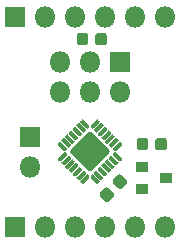
<source format=gts>
%TF.GenerationSoftware,KiCad,Pcbnew,(5.1.5)-3*%
%TF.CreationDate,2020-03-25T18:08:18+08:00*%
%TF.ProjectId,RH2288_PWM,52483232-3838-45f5-9057-4d2e6b696361,rev?*%
%TF.SameCoordinates,Original*%
%TF.FileFunction,Soldermask,Top*%
%TF.FilePolarity,Negative*%
%FSLAX46Y46*%
G04 Gerber Fmt 4.6, Leading zero omitted, Abs format (unit mm)*
G04 Created by KiCad (PCBNEW (5.1.5)-3) date 2020-03-25 18:08:18*
%MOMM*%
%LPD*%
G04 APERTURE LIST*
%ADD10R,1.001600X0.901600*%
%ADD11C,0.100000*%
%ADD12O,1.801600X1.801600*%
%ADD13R,1.801600X1.801600*%
G04 APERTURE END LIST*
D10*
X158845000Y-103820000D03*
X156845000Y-104770000D03*
X156845000Y-102870000D03*
D11*
G36*
X151609430Y-104204327D02*
G01*
X151601657Y-104194856D01*
X151596125Y-104186576D01*
X151590349Y-104175770D01*
X151586539Y-104166571D01*
X151582982Y-104154847D01*
X151581039Y-104145078D01*
X151579838Y-104132884D01*
X151579838Y-104122928D01*
X151581039Y-104110735D01*
X151582982Y-104100966D01*
X151586539Y-104089242D01*
X151590349Y-104080043D01*
X151596125Y-104069237D01*
X151601657Y-104060957D01*
X151609430Y-104051486D01*
X151612778Y-104047791D01*
X152090075Y-103570494D01*
X152093770Y-103567146D01*
X152103241Y-103559373D01*
X152111521Y-103553841D01*
X152122327Y-103548065D01*
X152131526Y-103544255D01*
X152143250Y-103540698D01*
X152153019Y-103538755D01*
X152165212Y-103537554D01*
X152175168Y-103537554D01*
X152187362Y-103538755D01*
X152197131Y-103540698D01*
X152208855Y-103544255D01*
X152218054Y-103548065D01*
X152228860Y-103553841D01*
X152237140Y-103559373D01*
X152246611Y-103567146D01*
X152250306Y-103570494D01*
X152293872Y-103614060D01*
X152297220Y-103617755D01*
X152304992Y-103627226D01*
X152310525Y-103635506D01*
X152316301Y-103646312D01*
X152320111Y-103655511D01*
X152323668Y-103667235D01*
X152325611Y-103677004D01*
X152326812Y-103689198D01*
X152327056Y-103694176D01*
X152327056Y-103783820D01*
X152326812Y-103788798D01*
X152325611Y-103800991D01*
X152323668Y-103810760D01*
X152320111Y-103822484D01*
X152316301Y-103831683D01*
X152310525Y-103842489D01*
X152304992Y-103850769D01*
X152297220Y-103860240D01*
X152293872Y-103863935D01*
X151861397Y-104296410D01*
X151857702Y-104299758D01*
X151848231Y-104307531D01*
X151839951Y-104313063D01*
X151829145Y-104318839D01*
X151819946Y-104322649D01*
X151808222Y-104326206D01*
X151798453Y-104328149D01*
X151786260Y-104329350D01*
X151776304Y-104329350D01*
X151764110Y-104328149D01*
X151754341Y-104326206D01*
X151742617Y-104322649D01*
X151733418Y-104318839D01*
X151722612Y-104313063D01*
X151714332Y-104307531D01*
X151704861Y-104299758D01*
X151701166Y-104296410D01*
X151612778Y-104208022D01*
X151609430Y-104204327D01*
G37*
G36*
X151860608Y-103209013D02*
G01*
X151869140Y-103210279D01*
X151877508Y-103212375D01*
X151885630Y-103215281D01*
X151893428Y-103218969D01*
X151900827Y-103223404D01*
X151907755Y-103228542D01*
X151914147Y-103234335D01*
X152038457Y-103358645D01*
X152044250Y-103365037D01*
X152049388Y-103371965D01*
X152053823Y-103379364D01*
X152057511Y-103387162D01*
X152060417Y-103395284D01*
X152062513Y-103403652D01*
X152063779Y-103412184D01*
X152064202Y-103420800D01*
X152063779Y-103429416D01*
X152062513Y-103437948D01*
X152060417Y-103446316D01*
X152057511Y-103454438D01*
X152053823Y-103462236D01*
X152049388Y-103469635D01*
X152044250Y-103476563D01*
X152038457Y-103482955D01*
X151525239Y-103996173D01*
X151518847Y-104001966D01*
X151511919Y-104007104D01*
X151504520Y-104011539D01*
X151496722Y-104015227D01*
X151488600Y-104018133D01*
X151480232Y-104020229D01*
X151471700Y-104021495D01*
X151463084Y-104021918D01*
X151454468Y-104021495D01*
X151445936Y-104020229D01*
X151437568Y-104018133D01*
X151429446Y-104015227D01*
X151421648Y-104011539D01*
X151414249Y-104007104D01*
X151407321Y-104001966D01*
X151400929Y-103996173D01*
X151276619Y-103871863D01*
X151270826Y-103865471D01*
X151265688Y-103858543D01*
X151261253Y-103851144D01*
X151257565Y-103843346D01*
X151254659Y-103835224D01*
X151252563Y-103826856D01*
X151251297Y-103818324D01*
X151250874Y-103809708D01*
X151251297Y-103801092D01*
X151252563Y-103792560D01*
X151254659Y-103784192D01*
X151257565Y-103776070D01*
X151261253Y-103768272D01*
X151265688Y-103760873D01*
X151270826Y-103753945D01*
X151276619Y-103747553D01*
X151789837Y-103234335D01*
X151796229Y-103228542D01*
X151803157Y-103223404D01*
X151810556Y-103218969D01*
X151818354Y-103215281D01*
X151826476Y-103212375D01*
X151834844Y-103210279D01*
X151843376Y-103209013D01*
X151851992Y-103208590D01*
X151860608Y-103209013D01*
G37*
G36*
X151542410Y-102890815D02*
G01*
X151550942Y-102892081D01*
X151559310Y-102894177D01*
X151567432Y-102897083D01*
X151575230Y-102900771D01*
X151582629Y-102905206D01*
X151589557Y-102910344D01*
X151595949Y-102916137D01*
X151720259Y-103040447D01*
X151726052Y-103046839D01*
X151731190Y-103053767D01*
X151735625Y-103061166D01*
X151739313Y-103068964D01*
X151742219Y-103077086D01*
X151744315Y-103085454D01*
X151745581Y-103093986D01*
X151746004Y-103102602D01*
X151745581Y-103111218D01*
X151744315Y-103119750D01*
X151742219Y-103128118D01*
X151739313Y-103136240D01*
X151735625Y-103144038D01*
X151731190Y-103151437D01*
X151726052Y-103158365D01*
X151720259Y-103164757D01*
X151207041Y-103677975D01*
X151200649Y-103683768D01*
X151193721Y-103688906D01*
X151186322Y-103693341D01*
X151178524Y-103697029D01*
X151170402Y-103699935D01*
X151162034Y-103702031D01*
X151153502Y-103703297D01*
X151144886Y-103703720D01*
X151136270Y-103703297D01*
X151127738Y-103702031D01*
X151119370Y-103699935D01*
X151111248Y-103697029D01*
X151103450Y-103693341D01*
X151096051Y-103688906D01*
X151089123Y-103683768D01*
X151082731Y-103677975D01*
X150958421Y-103553665D01*
X150952628Y-103547273D01*
X150947490Y-103540345D01*
X150943055Y-103532946D01*
X150939367Y-103525148D01*
X150936461Y-103517026D01*
X150934365Y-103508658D01*
X150933099Y-103500126D01*
X150932676Y-103491510D01*
X150933099Y-103482894D01*
X150934365Y-103474362D01*
X150936461Y-103465994D01*
X150939367Y-103457872D01*
X150943055Y-103450074D01*
X150947490Y-103442675D01*
X150952628Y-103435747D01*
X150958421Y-103429355D01*
X151471639Y-102916137D01*
X151478031Y-102910344D01*
X151484959Y-102905206D01*
X151492358Y-102900771D01*
X151500156Y-102897083D01*
X151508278Y-102894177D01*
X151516646Y-102892081D01*
X151525178Y-102890815D01*
X151533794Y-102890392D01*
X151542410Y-102890815D01*
G37*
G36*
X151224212Y-102572617D02*
G01*
X151232744Y-102573883D01*
X151241112Y-102575979D01*
X151249234Y-102578885D01*
X151257032Y-102582573D01*
X151264431Y-102587008D01*
X151271359Y-102592146D01*
X151277751Y-102597939D01*
X151402061Y-102722249D01*
X151407854Y-102728641D01*
X151412992Y-102735569D01*
X151417427Y-102742968D01*
X151421115Y-102750766D01*
X151424021Y-102758888D01*
X151426117Y-102767256D01*
X151427383Y-102775788D01*
X151427806Y-102784404D01*
X151427383Y-102793020D01*
X151426117Y-102801552D01*
X151424021Y-102809920D01*
X151421115Y-102818042D01*
X151417427Y-102825840D01*
X151412992Y-102833239D01*
X151407854Y-102840167D01*
X151402061Y-102846559D01*
X150888843Y-103359777D01*
X150882451Y-103365570D01*
X150875523Y-103370708D01*
X150868124Y-103375143D01*
X150860326Y-103378831D01*
X150852204Y-103381737D01*
X150843836Y-103383833D01*
X150835304Y-103385099D01*
X150826688Y-103385522D01*
X150818072Y-103385099D01*
X150809540Y-103383833D01*
X150801172Y-103381737D01*
X150793050Y-103378831D01*
X150785252Y-103375143D01*
X150777853Y-103370708D01*
X150770925Y-103365570D01*
X150764533Y-103359777D01*
X150640223Y-103235467D01*
X150634430Y-103229075D01*
X150629292Y-103222147D01*
X150624857Y-103214748D01*
X150621169Y-103206950D01*
X150618263Y-103198828D01*
X150616167Y-103190460D01*
X150614901Y-103181928D01*
X150614478Y-103173312D01*
X150614901Y-103164696D01*
X150616167Y-103156164D01*
X150618263Y-103147796D01*
X150621169Y-103139674D01*
X150624857Y-103131876D01*
X150629292Y-103124477D01*
X150634430Y-103117549D01*
X150640223Y-103111157D01*
X151153441Y-102597939D01*
X151159833Y-102592146D01*
X151166761Y-102587008D01*
X151174160Y-102582573D01*
X151181958Y-102578885D01*
X151190080Y-102575979D01*
X151198448Y-102573883D01*
X151206980Y-102572617D01*
X151215596Y-102572194D01*
X151224212Y-102572617D01*
G37*
G36*
X150906014Y-102254419D02*
G01*
X150914546Y-102255685D01*
X150922914Y-102257781D01*
X150931036Y-102260687D01*
X150938834Y-102264375D01*
X150946233Y-102268810D01*
X150953161Y-102273948D01*
X150959553Y-102279741D01*
X151083863Y-102404051D01*
X151089656Y-102410443D01*
X151094794Y-102417371D01*
X151099229Y-102424770D01*
X151102917Y-102432568D01*
X151105823Y-102440690D01*
X151107919Y-102449058D01*
X151109185Y-102457590D01*
X151109608Y-102466206D01*
X151109185Y-102474822D01*
X151107919Y-102483354D01*
X151105823Y-102491722D01*
X151102917Y-102499844D01*
X151099229Y-102507642D01*
X151094794Y-102515041D01*
X151089656Y-102521969D01*
X151083863Y-102528361D01*
X150570645Y-103041579D01*
X150564253Y-103047372D01*
X150557325Y-103052510D01*
X150549926Y-103056945D01*
X150542128Y-103060633D01*
X150534006Y-103063539D01*
X150525638Y-103065635D01*
X150517106Y-103066901D01*
X150508490Y-103067324D01*
X150499874Y-103066901D01*
X150491342Y-103065635D01*
X150482974Y-103063539D01*
X150474852Y-103060633D01*
X150467054Y-103056945D01*
X150459655Y-103052510D01*
X150452727Y-103047372D01*
X150446335Y-103041579D01*
X150322025Y-102917269D01*
X150316232Y-102910877D01*
X150311094Y-102903949D01*
X150306659Y-102896550D01*
X150302971Y-102888752D01*
X150300065Y-102880630D01*
X150297969Y-102872262D01*
X150296703Y-102863730D01*
X150296280Y-102855114D01*
X150296703Y-102846498D01*
X150297969Y-102837966D01*
X150300065Y-102829598D01*
X150302971Y-102821476D01*
X150306659Y-102813678D01*
X150311094Y-102806279D01*
X150316232Y-102799351D01*
X150322025Y-102792959D01*
X150835243Y-102279741D01*
X150841635Y-102273948D01*
X150848563Y-102268810D01*
X150855962Y-102264375D01*
X150863760Y-102260687D01*
X150871882Y-102257781D01*
X150880250Y-102255685D01*
X150888782Y-102254419D01*
X150897398Y-102253996D01*
X150906014Y-102254419D01*
G37*
G36*
X150587816Y-101936221D02*
G01*
X150596348Y-101937487D01*
X150604716Y-101939583D01*
X150612838Y-101942489D01*
X150620636Y-101946177D01*
X150628035Y-101950612D01*
X150634963Y-101955750D01*
X150641355Y-101961543D01*
X150765665Y-102085853D01*
X150771458Y-102092245D01*
X150776596Y-102099173D01*
X150781031Y-102106572D01*
X150784719Y-102114370D01*
X150787625Y-102122492D01*
X150789721Y-102130860D01*
X150790987Y-102139392D01*
X150791410Y-102148008D01*
X150790987Y-102156624D01*
X150789721Y-102165156D01*
X150787625Y-102173524D01*
X150784719Y-102181646D01*
X150781031Y-102189444D01*
X150776596Y-102196843D01*
X150771458Y-102203771D01*
X150765665Y-102210163D01*
X150252447Y-102723381D01*
X150246055Y-102729174D01*
X150239127Y-102734312D01*
X150231728Y-102738747D01*
X150223930Y-102742435D01*
X150215808Y-102745341D01*
X150207440Y-102747437D01*
X150198908Y-102748703D01*
X150190292Y-102749126D01*
X150181676Y-102748703D01*
X150173144Y-102747437D01*
X150164776Y-102745341D01*
X150156654Y-102742435D01*
X150148856Y-102738747D01*
X150141457Y-102734312D01*
X150134529Y-102729174D01*
X150128137Y-102723381D01*
X150003827Y-102599071D01*
X149998034Y-102592679D01*
X149992896Y-102585751D01*
X149988461Y-102578352D01*
X149984773Y-102570554D01*
X149981867Y-102562432D01*
X149979771Y-102554064D01*
X149978505Y-102545532D01*
X149978082Y-102536916D01*
X149978505Y-102528300D01*
X149979771Y-102519768D01*
X149981867Y-102511400D01*
X149984773Y-102503278D01*
X149988461Y-102495480D01*
X149992896Y-102488081D01*
X149998034Y-102481153D01*
X150003827Y-102474761D01*
X150517045Y-101961543D01*
X150523437Y-101955750D01*
X150530365Y-101950612D01*
X150537764Y-101946177D01*
X150545562Y-101942489D01*
X150553684Y-101939583D01*
X150562052Y-101937487D01*
X150570584Y-101936221D01*
X150579200Y-101935798D01*
X150587816Y-101936221D01*
G37*
G36*
X149700242Y-102295139D02*
G01*
X149692469Y-102285668D01*
X149686937Y-102277388D01*
X149681161Y-102266582D01*
X149677351Y-102257383D01*
X149673794Y-102245659D01*
X149671851Y-102235890D01*
X149670650Y-102223696D01*
X149670650Y-102213740D01*
X149671851Y-102201547D01*
X149673794Y-102191778D01*
X149677351Y-102180054D01*
X149681161Y-102170855D01*
X149686937Y-102160049D01*
X149692469Y-102151769D01*
X149700242Y-102142298D01*
X149703590Y-102138603D01*
X150136065Y-101706128D01*
X150139760Y-101702780D01*
X150149231Y-101695008D01*
X150157511Y-101689475D01*
X150168317Y-101683699D01*
X150177516Y-101679889D01*
X150189240Y-101676332D01*
X150199009Y-101674389D01*
X150211202Y-101673188D01*
X150216180Y-101672944D01*
X150305824Y-101672944D01*
X150310802Y-101673188D01*
X150322996Y-101674389D01*
X150332765Y-101676332D01*
X150344489Y-101679889D01*
X150353688Y-101683699D01*
X150364494Y-101689475D01*
X150372774Y-101695008D01*
X150382245Y-101702780D01*
X150385940Y-101706128D01*
X150429506Y-101749694D01*
X150432854Y-101753389D01*
X150440627Y-101762860D01*
X150446159Y-101771140D01*
X150451935Y-101781946D01*
X150455745Y-101791145D01*
X150459302Y-101802869D01*
X150461245Y-101812638D01*
X150462446Y-101824832D01*
X150462446Y-101834788D01*
X150461245Y-101846981D01*
X150459302Y-101856750D01*
X150455745Y-101868474D01*
X150451935Y-101877673D01*
X150446159Y-101888479D01*
X150440627Y-101896759D01*
X150432854Y-101906230D01*
X150429506Y-101909925D01*
X149952209Y-102387222D01*
X149948514Y-102390570D01*
X149939043Y-102398343D01*
X149930763Y-102403875D01*
X149919957Y-102409651D01*
X149910758Y-102413461D01*
X149899034Y-102417018D01*
X149889265Y-102418961D01*
X149877072Y-102420162D01*
X149867116Y-102420162D01*
X149854922Y-102418961D01*
X149845153Y-102417018D01*
X149833429Y-102413461D01*
X149824230Y-102409651D01*
X149813424Y-102403875D01*
X149805144Y-102398343D01*
X149795673Y-102390570D01*
X149791978Y-102387222D01*
X149703590Y-102298834D01*
X149700242Y-102295139D01*
G37*
G36*
X149700242Y-101057702D02*
G01*
X149692469Y-101048231D01*
X149686937Y-101039951D01*
X149681161Y-101029145D01*
X149677351Y-101019946D01*
X149673794Y-101008222D01*
X149671851Y-100998453D01*
X149670650Y-100986260D01*
X149670650Y-100976304D01*
X149671851Y-100964110D01*
X149673794Y-100954341D01*
X149677351Y-100942617D01*
X149681161Y-100933418D01*
X149686937Y-100922612D01*
X149692469Y-100914332D01*
X149700242Y-100904861D01*
X149703590Y-100901166D01*
X149791978Y-100812778D01*
X149795673Y-100809430D01*
X149805144Y-100801657D01*
X149813424Y-100796125D01*
X149824230Y-100790349D01*
X149833429Y-100786539D01*
X149845153Y-100782982D01*
X149854922Y-100781039D01*
X149867116Y-100779838D01*
X149877072Y-100779838D01*
X149889265Y-100781039D01*
X149899034Y-100782982D01*
X149910758Y-100786539D01*
X149919957Y-100790349D01*
X149930763Y-100796125D01*
X149939043Y-100801657D01*
X149948514Y-100809430D01*
X149952209Y-100812778D01*
X150429506Y-101290075D01*
X150432854Y-101293770D01*
X150440627Y-101303241D01*
X150446159Y-101311521D01*
X150451935Y-101322327D01*
X150455745Y-101331526D01*
X150459302Y-101343250D01*
X150461245Y-101353019D01*
X150462446Y-101365212D01*
X150462446Y-101375168D01*
X150461245Y-101387362D01*
X150459302Y-101397131D01*
X150455745Y-101408855D01*
X150451935Y-101418054D01*
X150446159Y-101428860D01*
X150440627Y-101437140D01*
X150432854Y-101446611D01*
X150429506Y-101450306D01*
X150385940Y-101493872D01*
X150382245Y-101497220D01*
X150372774Y-101504992D01*
X150364494Y-101510525D01*
X150353688Y-101516301D01*
X150344489Y-101520111D01*
X150332765Y-101523668D01*
X150322996Y-101525611D01*
X150310802Y-101526812D01*
X150305824Y-101527056D01*
X150216180Y-101527056D01*
X150211202Y-101526812D01*
X150199009Y-101525611D01*
X150189240Y-101523668D01*
X150177516Y-101520111D01*
X150168317Y-101516301D01*
X150157511Y-101510525D01*
X150149231Y-101504992D01*
X150139760Y-101497220D01*
X150136065Y-101493872D01*
X149703590Y-101061397D01*
X149700242Y-101057702D01*
G37*
G36*
X150198908Y-100451297D02*
G01*
X150207440Y-100452563D01*
X150215808Y-100454659D01*
X150223930Y-100457565D01*
X150231728Y-100461253D01*
X150239127Y-100465688D01*
X150246055Y-100470826D01*
X150252447Y-100476619D01*
X150765665Y-100989837D01*
X150771458Y-100996229D01*
X150776596Y-101003157D01*
X150781031Y-101010556D01*
X150784719Y-101018354D01*
X150787625Y-101026476D01*
X150789721Y-101034844D01*
X150790987Y-101043376D01*
X150791410Y-101051992D01*
X150790987Y-101060608D01*
X150789721Y-101069140D01*
X150787625Y-101077508D01*
X150784719Y-101085630D01*
X150781031Y-101093428D01*
X150776596Y-101100827D01*
X150771458Y-101107755D01*
X150765665Y-101114147D01*
X150641355Y-101238457D01*
X150634963Y-101244250D01*
X150628035Y-101249388D01*
X150620636Y-101253823D01*
X150612838Y-101257511D01*
X150604716Y-101260417D01*
X150596348Y-101262513D01*
X150587816Y-101263779D01*
X150579200Y-101264202D01*
X150570584Y-101263779D01*
X150562052Y-101262513D01*
X150553684Y-101260417D01*
X150545562Y-101257511D01*
X150537764Y-101253823D01*
X150530365Y-101249388D01*
X150523437Y-101244250D01*
X150517045Y-101238457D01*
X150003827Y-100725239D01*
X149998034Y-100718847D01*
X149992896Y-100711919D01*
X149988461Y-100704520D01*
X149984773Y-100696722D01*
X149981867Y-100688600D01*
X149979771Y-100680232D01*
X149978505Y-100671700D01*
X149978082Y-100663084D01*
X149978505Y-100654468D01*
X149979771Y-100645936D01*
X149981867Y-100637568D01*
X149984773Y-100629446D01*
X149988461Y-100621648D01*
X149992896Y-100614249D01*
X149998034Y-100607321D01*
X150003827Y-100600929D01*
X150128137Y-100476619D01*
X150134529Y-100470826D01*
X150141457Y-100465688D01*
X150148856Y-100461253D01*
X150156654Y-100457565D01*
X150164776Y-100454659D01*
X150173144Y-100452563D01*
X150181676Y-100451297D01*
X150190292Y-100450874D01*
X150198908Y-100451297D01*
G37*
G36*
X150517106Y-100133099D02*
G01*
X150525638Y-100134365D01*
X150534006Y-100136461D01*
X150542128Y-100139367D01*
X150549926Y-100143055D01*
X150557325Y-100147490D01*
X150564253Y-100152628D01*
X150570645Y-100158421D01*
X151083863Y-100671639D01*
X151089656Y-100678031D01*
X151094794Y-100684959D01*
X151099229Y-100692358D01*
X151102917Y-100700156D01*
X151105823Y-100708278D01*
X151107919Y-100716646D01*
X151109185Y-100725178D01*
X151109608Y-100733794D01*
X151109185Y-100742410D01*
X151107919Y-100750942D01*
X151105823Y-100759310D01*
X151102917Y-100767432D01*
X151099229Y-100775230D01*
X151094794Y-100782629D01*
X151089656Y-100789557D01*
X151083863Y-100795949D01*
X150959553Y-100920259D01*
X150953161Y-100926052D01*
X150946233Y-100931190D01*
X150938834Y-100935625D01*
X150931036Y-100939313D01*
X150922914Y-100942219D01*
X150914546Y-100944315D01*
X150906014Y-100945581D01*
X150897398Y-100946004D01*
X150888782Y-100945581D01*
X150880250Y-100944315D01*
X150871882Y-100942219D01*
X150863760Y-100939313D01*
X150855962Y-100935625D01*
X150848563Y-100931190D01*
X150841635Y-100926052D01*
X150835243Y-100920259D01*
X150322025Y-100407041D01*
X150316232Y-100400649D01*
X150311094Y-100393721D01*
X150306659Y-100386322D01*
X150302971Y-100378524D01*
X150300065Y-100370402D01*
X150297969Y-100362034D01*
X150296703Y-100353502D01*
X150296280Y-100344886D01*
X150296703Y-100336270D01*
X150297969Y-100327738D01*
X150300065Y-100319370D01*
X150302971Y-100311248D01*
X150306659Y-100303450D01*
X150311094Y-100296051D01*
X150316232Y-100289123D01*
X150322025Y-100282731D01*
X150446335Y-100158421D01*
X150452727Y-100152628D01*
X150459655Y-100147490D01*
X150467054Y-100143055D01*
X150474852Y-100139367D01*
X150482974Y-100136461D01*
X150491342Y-100134365D01*
X150499874Y-100133099D01*
X150508490Y-100132676D01*
X150517106Y-100133099D01*
G37*
G36*
X150835304Y-99814901D02*
G01*
X150843836Y-99816167D01*
X150852204Y-99818263D01*
X150860326Y-99821169D01*
X150868124Y-99824857D01*
X150875523Y-99829292D01*
X150882451Y-99834430D01*
X150888843Y-99840223D01*
X151402061Y-100353441D01*
X151407854Y-100359833D01*
X151412992Y-100366761D01*
X151417427Y-100374160D01*
X151421115Y-100381958D01*
X151424021Y-100390080D01*
X151426117Y-100398448D01*
X151427383Y-100406980D01*
X151427806Y-100415596D01*
X151427383Y-100424212D01*
X151426117Y-100432744D01*
X151424021Y-100441112D01*
X151421115Y-100449234D01*
X151417427Y-100457032D01*
X151412992Y-100464431D01*
X151407854Y-100471359D01*
X151402061Y-100477751D01*
X151277751Y-100602061D01*
X151271359Y-100607854D01*
X151264431Y-100612992D01*
X151257032Y-100617427D01*
X151249234Y-100621115D01*
X151241112Y-100624021D01*
X151232744Y-100626117D01*
X151224212Y-100627383D01*
X151215596Y-100627806D01*
X151206980Y-100627383D01*
X151198448Y-100626117D01*
X151190080Y-100624021D01*
X151181958Y-100621115D01*
X151174160Y-100617427D01*
X151166761Y-100612992D01*
X151159833Y-100607854D01*
X151153441Y-100602061D01*
X150640223Y-100088843D01*
X150634430Y-100082451D01*
X150629292Y-100075523D01*
X150624857Y-100068124D01*
X150621169Y-100060326D01*
X150618263Y-100052204D01*
X150616167Y-100043836D01*
X150614901Y-100035304D01*
X150614478Y-100026688D01*
X150614901Y-100018072D01*
X150616167Y-100009540D01*
X150618263Y-100001172D01*
X150621169Y-99993050D01*
X150624857Y-99985252D01*
X150629292Y-99977853D01*
X150634430Y-99970925D01*
X150640223Y-99964533D01*
X150764533Y-99840223D01*
X150770925Y-99834430D01*
X150777853Y-99829292D01*
X150785252Y-99824857D01*
X150793050Y-99821169D01*
X150801172Y-99818263D01*
X150809540Y-99816167D01*
X150818072Y-99814901D01*
X150826688Y-99814478D01*
X150835304Y-99814901D01*
G37*
G36*
X151153502Y-99496703D02*
G01*
X151162034Y-99497969D01*
X151170402Y-99500065D01*
X151178524Y-99502971D01*
X151186322Y-99506659D01*
X151193721Y-99511094D01*
X151200649Y-99516232D01*
X151207041Y-99522025D01*
X151720259Y-100035243D01*
X151726052Y-100041635D01*
X151731190Y-100048563D01*
X151735625Y-100055962D01*
X151739313Y-100063760D01*
X151742219Y-100071882D01*
X151744315Y-100080250D01*
X151745581Y-100088782D01*
X151746004Y-100097398D01*
X151745581Y-100106014D01*
X151744315Y-100114546D01*
X151742219Y-100122914D01*
X151739313Y-100131036D01*
X151735625Y-100138834D01*
X151731190Y-100146233D01*
X151726052Y-100153161D01*
X151720259Y-100159553D01*
X151595949Y-100283863D01*
X151589557Y-100289656D01*
X151582629Y-100294794D01*
X151575230Y-100299229D01*
X151567432Y-100302917D01*
X151559310Y-100305823D01*
X151550942Y-100307919D01*
X151542410Y-100309185D01*
X151533794Y-100309608D01*
X151525178Y-100309185D01*
X151516646Y-100307919D01*
X151508278Y-100305823D01*
X151500156Y-100302917D01*
X151492358Y-100299229D01*
X151484959Y-100294794D01*
X151478031Y-100289656D01*
X151471639Y-100283863D01*
X150958421Y-99770645D01*
X150952628Y-99764253D01*
X150947490Y-99757325D01*
X150943055Y-99749926D01*
X150939367Y-99742128D01*
X150936461Y-99734006D01*
X150934365Y-99725638D01*
X150933099Y-99717106D01*
X150932676Y-99708490D01*
X150933099Y-99699874D01*
X150934365Y-99691342D01*
X150936461Y-99682974D01*
X150939367Y-99674852D01*
X150943055Y-99667054D01*
X150947490Y-99659655D01*
X150952628Y-99652727D01*
X150958421Y-99646335D01*
X151082731Y-99522025D01*
X151089123Y-99516232D01*
X151096051Y-99511094D01*
X151103450Y-99506659D01*
X151111248Y-99502971D01*
X151119370Y-99500065D01*
X151127738Y-99497969D01*
X151136270Y-99496703D01*
X151144886Y-99496280D01*
X151153502Y-99496703D01*
G37*
G36*
X151471700Y-99178505D02*
G01*
X151480232Y-99179771D01*
X151488600Y-99181867D01*
X151496722Y-99184773D01*
X151504520Y-99188461D01*
X151511919Y-99192896D01*
X151518847Y-99198034D01*
X151525239Y-99203827D01*
X152038457Y-99717045D01*
X152044250Y-99723437D01*
X152049388Y-99730365D01*
X152053823Y-99737764D01*
X152057511Y-99745562D01*
X152060417Y-99753684D01*
X152062513Y-99762052D01*
X152063779Y-99770584D01*
X152064202Y-99779200D01*
X152063779Y-99787816D01*
X152062513Y-99796348D01*
X152060417Y-99804716D01*
X152057511Y-99812838D01*
X152053823Y-99820636D01*
X152049388Y-99828035D01*
X152044250Y-99834963D01*
X152038457Y-99841355D01*
X151914147Y-99965665D01*
X151907755Y-99971458D01*
X151900827Y-99976596D01*
X151893428Y-99981031D01*
X151885630Y-99984719D01*
X151877508Y-99987625D01*
X151869140Y-99989721D01*
X151860608Y-99990987D01*
X151851992Y-99991410D01*
X151843376Y-99990987D01*
X151834844Y-99989721D01*
X151826476Y-99987625D01*
X151818354Y-99984719D01*
X151810556Y-99981031D01*
X151803157Y-99976596D01*
X151796229Y-99971458D01*
X151789837Y-99965665D01*
X151276619Y-99452447D01*
X151270826Y-99446055D01*
X151265688Y-99439127D01*
X151261253Y-99431728D01*
X151257565Y-99423930D01*
X151254659Y-99415808D01*
X151252563Y-99407440D01*
X151251297Y-99398908D01*
X151250874Y-99390292D01*
X151251297Y-99381676D01*
X151252563Y-99373144D01*
X151254659Y-99364776D01*
X151257565Y-99356654D01*
X151261253Y-99348856D01*
X151265688Y-99341457D01*
X151270826Y-99334529D01*
X151276619Y-99328137D01*
X151400929Y-99203827D01*
X151407321Y-99198034D01*
X151414249Y-99192896D01*
X151421648Y-99188461D01*
X151429446Y-99184773D01*
X151437568Y-99181867D01*
X151445936Y-99179771D01*
X151454468Y-99178505D01*
X151463084Y-99178082D01*
X151471700Y-99178505D01*
G37*
G36*
X151609430Y-99148514D02*
G01*
X151601657Y-99139043D01*
X151596125Y-99130763D01*
X151590349Y-99119957D01*
X151586539Y-99110758D01*
X151582982Y-99099034D01*
X151581039Y-99089265D01*
X151579838Y-99077072D01*
X151579838Y-99067116D01*
X151581039Y-99054922D01*
X151582982Y-99045153D01*
X151586539Y-99033429D01*
X151590349Y-99024230D01*
X151596125Y-99013424D01*
X151601657Y-99005144D01*
X151609430Y-98995673D01*
X151612778Y-98991978D01*
X151701166Y-98903590D01*
X151704861Y-98900242D01*
X151714332Y-98892469D01*
X151722612Y-98886937D01*
X151733418Y-98881161D01*
X151742617Y-98877351D01*
X151754341Y-98873794D01*
X151764110Y-98871851D01*
X151776304Y-98870650D01*
X151786260Y-98870650D01*
X151798453Y-98871851D01*
X151808222Y-98873794D01*
X151819946Y-98877351D01*
X151829145Y-98881161D01*
X151839951Y-98886937D01*
X151848231Y-98892469D01*
X151857702Y-98900242D01*
X151861397Y-98903590D01*
X152293872Y-99336065D01*
X152297220Y-99339760D01*
X152304992Y-99349231D01*
X152310525Y-99357511D01*
X152316301Y-99368317D01*
X152320111Y-99377516D01*
X152323668Y-99389240D01*
X152325611Y-99399009D01*
X152326812Y-99411202D01*
X152327056Y-99416180D01*
X152327056Y-99505824D01*
X152326812Y-99510802D01*
X152325611Y-99522996D01*
X152323668Y-99532765D01*
X152320111Y-99544489D01*
X152316301Y-99553688D01*
X152310525Y-99564494D01*
X152304992Y-99572774D01*
X152297220Y-99582245D01*
X152293872Y-99585940D01*
X152250306Y-99629506D01*
X152246611Y-99632854D01*
X152237140Y-99640627D01*
X152228860Y-99646159D01*
X152218054Y-99651935D01*
X152208855Y-99655745D01*
X152197131Y-99659302D01*
X152187362Y-99661245D01*
X152175168Y-99662446D01*
X152165212Y-99662446D01*
X152153019Y-99661245D01*
X152143250Y-99659302D01*
X152131526Y-99655745D01*
X152122327Y-99651935D01*
X152111521Y-99646159D01*
X152103241Y-99640627D01*
X152093770Y-99632854D01*
X152090075Y-99629506D01*
X151612778Y-99152209D01*
X151609430Y-99148514D01*
G37*
G36*
X152502780Y-99582245D02*
G01*
X152495008Y-99572774D01*
X152489475Y-99564494D01*
X152483699Y-99553688D01*
X152479889Y-99544489D01*
X152476332Y-99532765D01*
X152474389Y-99522996D01*
X152473188Y-99510802D01*
X152472944Y-99505824D01*
X152472944Y-99416180D01*
X152473188Y-99411202D01*
X152474389Y-99399009D01*
X152476332Y-99389240D01*
X152479889Y-99377516D01*
X152483699Y-99368317D01*
X152489475Y-99357511D01*
X152495008Y-99349231D01*
X152502780Y-99339760D01*
X152506128Y-99336065D01*
X152938603Y-98903590D01*
X152942298Y-98900242D01*
X152951769Y-98892469D01*
X152960049Y-98886937D01*
X152970855Y-98881161D01*
X152980054Y-98877351D01*
X152991778Y-98873794D01*
X153001547Y-98871851D01*
X153013740Y-98870650D01*
X153023696Y-98870650D01*
X153035890Y-98871851D01*
X153045659Y-98873794D01*
X153057383Y-98877351D01*
X153066582Y-98881161D01*
X153077388Y-98886937D01*
X153085668Y-98892469D01*
X153095139Y-98900242D01*
X153098834Y-98903590D01*
X153187222Y-98991978D01*
X153190570Y-98995673D01*
X153198343Y-99005144D01*
X153203875Y-99013424D01*
X153209651Y-99024230D01*
X153213461Y-99033429D01*
X153217018Y-99045153D01*
X153218961Y-99054922D01*
X153220162Y-99067116D01*
X153220162Y-99077072D01*
X153218961Y-99089265D01*
X153217018Y-99099034D01*
X153213461Y-99110758D01*
X153209651Y-99119957D01*
X153203875Y-99130763D01*
X153198343Y-99139043D01*
X153190570Y-99148514D01*
X153187222Y-99152209D01*
X152709925Y-99629506D01*
X152706230Y-99632854D01*
X152696759Y-99640627D01*
X152688479Y-99646159D01*
X152677673Y-99651935D01*
X152668474Y-99655745D01*
X152656750Y-99659302D01*
X152646981Y-99661245D01*
X152634788Y-99662446D01*
X152624832Y-99662446D01*
X152612638Y-99661245D01*
X152602869Y-99659302D01*
X152591145Y-99655745D01*
X152581946Y-99651935D01*
X152571140Y-99646159D01*
X152562860Y-99640627D01*
X152553389Y-99632854D01*
X152549694Y-99629506D01*
X152506128Y-99585940D01*
X152502780Y-99582245D01*
G37*
G36*
X153345532Y-99178505D02*
G01*
X153354064Y-99179771D01*
X153362432Y-99181867D01*
X153370554Y-99184773D01*
X153378352Y-99188461D01*
X153385751Y-99192896D01*
X153392679Y-99198034D01*
X153399071Y-99203827D01*
X153523381Y-99328137D01*
X153529174Y-99334529D01*
X153534312Y-99341457D01*
X153538747Y-99348856D01*
X153542435Y-99356654D01*
X153545341Y-99364776D01*
X153547437Y-99373144D01*
X153548703Y-99381676D01*
X153549126Y-99390292D01*
X153548703Y-99398908D01*
X153547437Y-99407440D01*
X153545341Y-99415808D01*
X153542435Y-99423930D01*
X153538747Y-99431728D01*
X153534312Y-99439127D01*
X153529174Y-99446055D01*
X153523381Y-99452447D01*
X153010163Y-99965665D01*
X153003771Y-99971458D01*
X152996843Y-99976596D01*
X152989444Y-99981031D01*
X152981646Y-99984719D01*
X152973524Y-99987625D01*
X152965156Y-99989721D01*
X152956624Y-99990987D01*
X152948008Y-99991410D01*
X152939392Y-99990987D01*
X152930860Y-99989721D01*
X152922492Y-99987625D01*
X152914370Y-99984719D01*
X152906572Y-99981031D01*
X152899173Y-99976596D01*
X152892245Y-99971458D01*
X152885853Y-99965665D01*
X152761543Y-99841355D01*
X152755750Y-99834963D01*
X152750612Y-99828035D01*
X152746177Y-99820636D01*
X152742489Y-99812838D01*
X152739583Y-99804716D01*
X152737487Y-99796348D01*
X152736221Y-99787816D01*
X152735798Y-99779200D01*
X152736221Y-99770584D01*
X152737487Y-99762052D01*
X152739583Y-99753684D01*
X152742489Y-99745562D01*
X152746177Y-99737764D01*
X152750612Y-99730365D01*
X152755750Y-99723437D01*
X152761543Y-99717045D01*
X153274761Y-99203827D01*
X153281153Y-99198034D01*
X153288081Y-99192896D01*
X153295480Y-99188461D01*
X153303278Y-99184773D01*
X153311400Y-99181867D01*
X153319768Y-99179771D01*
X153328300Y-99178505D01*
X153336916Y-99178082D01*
X153345532Y-99178505D01*
G37*
G36*
X153663730Y-99496703D02*
G01*
X153672262Y-99497969D01*
X153680630Y-99500065D01*
X153688752Y-99502971D01*
X153696550Y-99506659D01*
X153703949Y-99511094D01*
X153710877Y-99516232D01*
X153717269Y-99522025D01*
X153841579Y-99646335D01*
X153847372Y-99652727D01*
X153852510Y-99659655D01*
X153856945Y-99667054D01*
X153860633Y-99674852D01*
X153863539Y-99682974D01*
X153865635Y-99691342D01*
X153866901Y-99699874D01*
X153867324Y-99708490D01*
X153866901Y-99717106D01*
X153865635Y-99725638D01*
X153863539Y-99734006D01*
X153860633Y-99742128D01*
X153856945Y-99749926D01*
X153852510Y-99757325D01*
X153847372Y-99764253D01*
X153841579Y-99770645D01*
X153328361Y-100283863D01*
X153321969Y-100289656D01*
X153315041Y-100294794D01*
X153307642Y-100299229D01*
X153299844Y-100302917D01*
X153291722Y-100305823D01*
X153283354Y-100307919D01*
X153274822Y-100309185D01*
X153266206Y-100309608D01*
X153257590Y-100309185D01*
X153249058Y-100307919D01*
X153240690Y-100305823D01*
X153232568Y-100302917D01*
X153224770Y-100299229D01*
X153217371Y-100294794D01*
X153210443Y-100289656D01*
X153204051Y-100283863D01*
X153079741Y-100159553D01*
X153073948Y-100153161D01*
X153068810Y-100146233D01*
X153064375Y-100138834D01*
X153060687Y-100131036D01*
X153057781Y-100122914D01*
X153055685Y-100114546D01*
X153054419Y-100106014D01*
X153053996Y-100097398D01*
X153054419Y-100088782D01*
X153055685Y-100080250D01*
X153057781Y-100071882D01*
X153060687Y-100063760D01*
X153064375Y-100055962D01*
X153068810Y-100048563D01*
X153073948Y-100041635D01*
X153079741Y-100035243D01*
X153592959Y-99522025D01*
X153599351Y-99516232D01*
X153606279Y-99511094D01*
X153613678Y-99506659D01*
X153621476Y-99502971D01*
X153629598Y-99500065D01*
X153637966Y-99497969D01*
X153646498Y-99496703D01*
X153655114Y-99496280D01*
X153663730Y-99496703D01*
G37*
G36*
X153981928Y-99814901D02*
G01*
X153990460Y-99816167D01*
X153998828Y-99818263D01*
X154006950Y-99821169D01*
X154014748Y-99824857D01*
X154022147Y-99829292D01*
X154029075Y-99834430D01*
X154035467Y-99840223D01*
X154159777Y-99964533D01*
X154165570Y-99970925D01*
X154170708Y-99977853D01*
X154175143Y-99985252D01*
X154178831Y-99993050D01*
X154181737Y-100001172D01*
X154183833Y-100009540D01*
X154185099Y-100018072D01*
X154185522Y-100026688D01*
X154185099Y-100035304D01*
X154183833Y-100043836D01*
X154181737Y-100052204D01*
X154178831Y-100060326D01*
X154175143Y-100068124D01*
X154170708Y-100075523D01*
X154165570Y-100082451D01*
X154159777Y-100088843D01*
X153646559Y-100602061D01*
X153640167Y-100607854D01*
X153633239Y-100612992D01*
X153625840Y-100617427D01*
X153618042Y-100621115D01*
X153609920Y-100624021D01*
X153601552Y-100626117D01*
X153593020Y-100627383D01*
X153584404Y-100627806D01*
X153575788Y-100627383D01*
X153567256Y-100626117D01*
X153558888Y-100624021D01*
X153550766Y-100621115D01*
X153542968Y-100617427D01*
X153535569Y-100612992D01*
X153528641Y-100607854D01*
X153522249Y-100602061D01*
X153397939Y-100477751D01*
X153392146Y-100471359D01*
X153387008Y-100464431D01*
X153382573Y-100457032D01*
X153378885Y-100449234D01*
X153375979Y-100441112D01*
X153373883Y-100432744D01*
X153372617Y-100424212D01*
X153372194Y-100415596D01*
X153372617Y-100406980D01*
X153373883Y-100398448D01*
X153375979Y-100390080D01*
X153378885Y-100381958D01*
X153382573Y-100374160D01*
X153387008Y-100366761D01*
X153392146Y-100359833D01*
X153397939Y-100353441D01*
X153911157Y-99840223D01*
X153917549Y-99834430D01*
X153924477Y-99829292D01*
X153931876Y-99824857D01*
X153939674Y-99821169D01*
X153947796Y-99818263D01*
X153956164Y-99816167D01*
X153964696Y-99814901D01*
X153973312Y-99814478D01*
X153981928Y-99814901D01*
G37*
G36*
X154300126Y-100133099D02*
G01*
X154308658Y-100134365D01*
X154317026Y-100136461D01*
X154325148Y-100139367D01*
X154332946Y-100143055D01*
X154340345Y-100147490D01*
X154347273Y-100152628D01*
X154353665Y-100158421D01*
X154477975Y-100282731D01*
X154483768Y-100289123D01*
X154488906Y-100296051D01*
X154493341Y-100303450D01*
X154497029Y-100311248D01*
X154499935Y-100319370D01*
X154502031Y-100327738D01*
X154503297Y-100336270D01*
X154503720Y-100344886D01*
X154503297Y-100353502D01*
X154502031Y-100362034D01*
X154499935Y-100370402D01*
X154497029Y-100378524D01*
X154493341Y-100386322D01*
X154488906Y-100393721D01*
X154483768Y-100400649D01*
X154477975Y-100407041D01*
X153964757Y-100920259D01*
X153958365Y-100926052D01*
X153951437Y-100931190D01*
X153944038Y-100935625D01*
X153936240Y-100939313D01*
X153928118Y-100942219D01*
X153919750Y-100944315D01*
X153911218Y-100945581D01*
X153902602Y-100946004D01*
X153893986Y-100945581D01*
X153885454Y-100944315D01*
X153877086Y-100942219D01*
X153868964Y-100939313D01*
X153861166Y-100935625D01*
X153853767Y-100931190D01*
X153846839Y-100926052D01*
X153840447Y-100920259D01*
X153716137Y-100795949D01*
X153710344Y-100789557D01*
X153705206Y-100782629D01*
X153700771Y-100775230D01*
X153697083Y-100767432D01*
X153694177Y-100759310D01*
X153692081Y-100750942D01*
X153690815Y-100742410D01*
X153690392Y-100733794D01*
X153690815Y-100725178D01*
X153692081Y-100716646D01*
X153694177Y-100708278D01*
X153697083Y-100700156D01*
X153700771Y-100692358D01*
X153705206Y-100684959D01*
X153710344Y-100678031D01*
X153716137Y-100671639D01*
X154229355Y-100158421D01*
X154235747Y-100152628D01*
X154242675Y-100147490D01*
X154250074Y-100143055D01*
X154257872Y-100139367D01*
X154265994Y-100136461D01*
X154274362Y-100134365D01*
X154282894Y-100133099D01*
X154291510Y-100132676D01*
X154300126Y-100133099D01*
G37*
G36*
X154618324Y-100451297D02*
G01*
X154626856Y-100452563D01*
X154635224Y-100454659D01*
X154643346Y-100457565D01*
X154651144Y-100461253D01*
X154658543Y-100465688D01*
X154665471Y-100470826D01*
X154671863Y-100476619D01*
X154796173Y-100600929D01*
X154801966Y-100607321D01*
X154807104Y-100614249D01*
X154811539Y-100621648D01*
X154815227Y-100629446D01*
X154818133Y-100637568D01*
X154820229Y-100645936D01*
X154821495Y-100654468D01*
X154821918Y-100663084D01*
X154821495Y-100671700D01*
X154820229Y-100680232D01*
X154818133Y-100688600D01*
X154815227Y-100696722D01*
X154811539Y-100704520D01*
X154807104Y-100711919D01*
X154801966Y-100718847D01*
X154796173Y-100725239D01*
X154282955Y-101238457D01*
X154276563Y-101244250D01*
X154269635Y-101249388D01*
X154262236Y-101253823D01*
X154254438Y-101257511D01*
X154246316Y-101260417D01*
X154237948Y-101262513D01*
X154229416Y-101263779D01*
X154220800Y-101264202D01*
X154212184Y-101263779D01*
X154203652Y-101262513D01*
X154195284Y-101260417D01*
X154187162Y-101257511D01*
X154179364Y-101253823D01*
X154171965Y-101249388D01*
X154165037Y-101244250D01*
X154158645Y-101238457D01*
X154034335Y-101114147D01*
X154028542Y-101107755D01*
X154023404Y-101100827D01*
X154018969Y-101093428D01*
X154015281Y-101085630D01*
X154012375Y-101077508D01*
X154010279Y-101069140D01*
X154009013Y-101060608D01*
X154008590Y-101051992D01*
X154009013Y-101043376D01*
X154010279Y-101034844D01*
X154012375Y-101026476D01*
X154015281Y-101018354D01*
X154018969Y-101010556D01*
X154023404Y-101003157D01*
X154028542Y-100996229D01*
X154034335Y-100989837D01*
X154547553Y-100476619D01*
X154553945Y-100470826D01*
X154560873Y-100465688D01*
X154568272Y-100461253D01*
X154576070Y-100457565D01*
X154584192Y-100454659D01*
X154592560Y-100452563D01*
X154601092Y-100451297D01*
X154609708Y-100450874D01*
X154618324Y-100451297D01*
G37*
G36*
X154367146Y-101446611D02*
G01*
X154359373Y-101437140D01*
X154353841Y-101428860D01*
X154348065Y-101418054D01*
X154344255Y-101408855D01*
X154340698Y-101397131D01*
X154338755Y-101387362D01*
X154337554Y-101375168D01*
X154337554Y-101365212D01*
X154338755Y-101353019D01*
X154340698Y-101343250D01*
X154344255Y-101331526D01*
X154348065Y-101322327D01*
X154353841Y-101311521D01*
X154359373Y-101303241D01*
X154367146Y-101293770D01*
X154370494Y-101290075D01*
X154847791Y-100812778D01*
X154851486Y-100809430D01*
X154860957Y-100801657D01*
X154869237Y-100796125D01*
X154880043Y-100790349D01*
X154889242Y-100786539D01*
X154900966Y-100782982D01*
X154910735Y-100781039D01*
X154922928Y-100779838D01*
X154932884Y-100779838D01*
X154945078Y-100781039D01*
X154954847Y-100782982D01*
X154966571Y-100786539D01*
X154975770Y-100790349D01*
X154986576Y-100796125D01*
X154994856Y-100801657D01*
X155004327Y-100809430D01*
X155008022Y-100812778D01*
X155096410Y-100901166D01*
X155099758Y-100904861D01*
X155107531Y-100914332D01*
X155113063Y-100922612D01*
X155118839Y-100933418D01*
X155122649Y-100942617D01*
X155126206Y-100954341D01*
X155128149Y-100964110D01*
X155129350Y-100976304D01*
X155129350Y-100986260D01*
X155128149Y-100998453D01*
X155126206Y-101008222D01*
X155122649Y-101019946D01*
X155118839Y-101029145D01*
X155113063Y-101039951D01*
X155107531Y-101048231D01*
X155099758Y-101057702D01*
X155096410Y-101061397D01*
X154663935Y-101493872D01*
X154660240Y-101497220D01*
X154650769Y-101504992D01*
X154642489Y-101510525D01*
X154631683Y-101516301D01*
X154622484Y-101520111D01*
X154610760Y-101523668D01*
X154600991Y-101525611D01*
X154588798Y-101526812D01*
X154583820Y-101527056D01*
X154494176Y-101527056D01*
X154489198Y-101526812D01*
X154477004Y-101525611D01*
X154467235Y-101523668D01*
X154455511Y-101520111D01*
X154446312Y-101516301D01*
X154435506Y-101510525D01*
X154427226Y-101504992D01*
X154417755Y-101497220D01*
X154414060Y-101493872D01*
X154370494Y-101450306D01*
X154367146Y-101446611D01*
G37*
G36*
X154367146Y-101906230D02*
G01*
X154359373Y-101896759D01*
X154353841Y-101888479D01*
X154348065Y-101877673D01*
X154344255Y-101868474D01*
X154340698Y-101856750D01*
X154338755Y-101846981D01*
X154337554Y-101834788D01*
X154337554Y-101824832D01*
X154338755Y-101812638D01*
X154340698Y-101802869D01*
X154344255Y-101791145D01*
X154348065Y-101781946D01*
X154353841Y-101771140D01*
X154359373Y-101762860D01*
X154367146Y-101753389D01*
X154370494Y-101749694D01*
X154414060Y-101706128D01*
X154417755Y-101702780D01*
X154427226Y-101695008D01*
X154435506Y-101689475D01*
X154446312Y-101683699D01*
X154455511Y-101679889D01*
X154467235Y-101676332D01*
X154477004Y-101674389D01*
X154489198Y-101673188D01*
X154494176Y-101672944D01*
X154583820Y-101672944D01*
X154588798Y-101673188D01*
X154600991Y-101674389D01*
X154610760Y-101676332D01*
X154622484Y-101679889D01*
X154631683Y-101683699D01*
X154642489Y-101689475D01*
X154650769Y-101695008D01*
X154660240Y-101702780D01*
X154663935Y-101706128D01*
X155096410Y-102138603D01*
X155099758Y-102142298D01*
X155107531Y-102151769D01*
X155113063Y-102160049D01*
X155118839Y-102170855D01*
X155122649Y-102180054D01*
X155126206Y-102191778D01*
X155128149Y-102201547D01*
X155129350Y-102213740D01*
X155129350Y-102223696D01*
X155128149Y-102235890D01*
X155126206Y-102245659D01*
X155122649Y-102257383D01*
X155118839Y-102266582D01*
X155113063Y-102277388D01*
X155107531Y-102285668D01*
X155099758Y-102295139D01*
X155096410Y-102298834D01*
X155008022Y-102387222D01*
X155004327Y-102390570D01*
X154994856Y-102398343D01*
X154986576Y-102403875D01*
X154975770Y-102409651D01*
X154966571Y-102413461D01*
X154954847Y-102417018D01*
X154945078Y-102418961D01*
X154932884Y-102420162D01*
X154922928Y-102420162D01*
X154910735Y-102418961D01*
X154900966Y-102417018D01*
X154889242Y-102413461D01*
X154880043Y-102409651D01*
X154869237Y-102403875D01*
X154860957Y-102398343D01*
X154851486Y-102390570D01*
X154847791Y-102387222D01*
X154370494Y-101909925D01*
X154367146Y-101906230D01*
G37*
G36*
X154229416Y-101936221D02*
G01*
X154237948Y-101937487D01*
X154246316Y-101939583D01*
X154254438Y-101942489D01*
X154262236Y-101946177D01*
X154269635Y-101950612D01*
X154276563Y-101955750D01*
X154282955Y-101961543D01*
X154796173Y-102474761D01*
X154801966Y-102481153D01*
X154807104Y-102488081D01*
X154811539Y-102495480D01*
X154815227Y-102503278D01*
X154818133Y-102511400D01*
X154820229Y-102519768D01*
X154821495Y-102528300D01*
X154821918Y-102536916D01*
X154821495Y-102545532D01*
X154820229Y-102554064D01*
X154818133Y-102562432D01*
X154815227Y-102570554D01*
X154811539Y-102578352D01*
X154807104Y-102585751D01*
X154801966Y-102592679D01*
X154796173Y-102599071D01*
X154671863Y-102723381D01*
X154665471Y-102729174D01*
X154658543Y-102734312D01*
X154651144Y-102738747D01*
X154643346Y-102742435D01*
X154635224Y-102745341D01*
X154626856Y-102747437D01*
X154618324Y-102748703D01*
X154609708Y-102749126D01*
X154601092Y-102748703D01*
X154592560Y-102747437D01*
X154584192Y-102745341D01*
X154576070Y-102742435D01*
X154568272Y-102738747D01*
X154560873Y-102734312D01*
X154553945Y-102729174D01*
X154547553Y-102723381D01*
X154034335Y-102210163D01*
X154028542Y-102203771D01*
X154023404Y-102196843D01*
X154018969Y-102189444D01*
X154015281Y-102181646D01*
X154012375Y-102173524D01*
X154010279Y-102165156D01*
X154009013Y-102156624D01*
X154008590Y-102148008D01*
X154009013Y-102139392D01*
X154010279Y-102130860D01*
X154012375Y-102122492D01*
X154015281Y-102114370D01*
X154018969Y-102106572D01*
X154023404Y-102099173D01*
X154028542Y-102092245D01*
X154034335Y-102085853D01*
X154158645Y-101961543D01*
X154165037Y-101955750D01*
X154171965Y-101950612D01*
X154179364Y-101946177D01*
X154187162Y-101942489D01*
X154195284Y-101939583D01*
X154203652Y-101937487D01*
X154212184Y-101936221D01*
X154220800Y-101935798D01*
X154229416Y-101936221D01*
G37*
G36*
X153911218Y-102254419D02*
G01*
X153919750Y-102255685D01*
X153928118Y-102257781D01*
X153936240Y-102260687D01*
X153944038Y-102264375D01*
X153951437Y-102268810D01*
X153958365Y-102273948D01*
X153964757Y-102279741D01*
X154477975Y-102792959D01*
X154483768Y-102799351D01*
X154488906Y-102806279D01*
X154493341Y-102813678D01*
X154497029Y-102821476D01*
X154499935Y-102829598D01*
X154502031Y-102837966D01*
X154503297Y-102846498D01*
X154503720Y-102855114D01*
X154503297Y-102863730D01*
X154502031Y-102872262D01*
X154499935Y-102880630D01*
X154497029Y-102888752D01*
X154493341Y-102896550D01*
X154488906Y-102903949D01*
X154483768Y-102910877D01*
X154477975Y-102917269D01*
X154353665Y-103041579D01*
X154347273Y-103047372D01*
X154340345Y-103052510D01*
X154332946Y-103056945D01*
X154325148Y-103060633D01*
X154317026Y-103063539D01*
X154308658Y-103065635D01*
X154300126Y-103066901D01*
X154291510Y-103067324D01*
X154282894Y-103066901D01*
X154274362Y-103065635D01*
X154265994Y-103063539D01*
X154257872Y-103060633D01*
X154250074Y-103056945D01*
X154242675Y-103052510D01*
X154235747Y-103047372D01*
X154229355Y-103041579D01*
X153716137Y-102528361D01*
X153710344Y-102521969D01*
X153705206Y-102515041D01*
X153700771Y-102507642D01*
X153697083Y-102499844D01*
X153694177Y-102491722D01*
X153692081Y-102483354D01*
X153690815Y-102474822D01*
X153690392Y-102466206D01*
X153690815Y-102457590D01*
X153692081Y-102449058D01*
X153694177Y-102440690D01*
X153697083Y-102432568D01*
X153700771Y-102424770D01*
X153705206Y-102417371D01*
X153710344Y-102410443D01*
X153716137Y-102404051D01*
X153840447Y-102279741D01*
X153846839Y-102273948D01*
X153853767Y-102268810D01*
X153861166Y-102264375D01*
X153868964Y-102260687D01*
X153877086Y-102257781D01*
X153885454Y-102255685D01*
X153893986Y-102254419D01*
X153902602Y-102253996D01*
X153911218Y-102254419D01*
G37*
G36*
X153593020Y-102572617D02*
G01*
X153601552Y-102573883D01*
X153609920Y-102575979D01*
X153618042Y-102578885D01*
X153625840Y-102582573D01*
X153633239Y-102587008D01*
X153640167Y-102592146D01*
X153646559Y-102597939D01*
X154159777Y-103111157D01*
X154165570Y-103117549D01*
X154170708Y-103124477D01*
X154175143Y-103131876D01*
X154178831Y-103139674D01*
X154181737Y-103147796D01*
X154183833Y-103156164D01*
X154185099Y-103164696D01*
X154185522Y-103173312D01*
X154185099Y-103181928D01*
X154183833Y-103190460D01*
X154181737Y-103198828D01*
X154178831Y-103206950D01*
X154175143Y-103214748D01*
X154170708Y-103222147D01*
X154165570Y-103229075D01*
X154159777Y-103235467D01*
X154035467Y-103359777D01*
X154029075Y-103365570D01*
X154022147Y-103370708D01*
X154014748Y-103375143D01*
X154006950Y-103378831D01*
X153998828Y-103381737D01*
X153990460Y-103383833D01*
X153981928Y-103385099D01*
X153973312Y-103385522D01*
X153964696Y-103385099D01*
X153956164Y-103383833D01*
X153947796Y-103381737D01*
X153939674Y-103378831D01*
X153931876Y-103375143D01*
X153924477Y-103370708D01*
X153917549Y-103365570D01*
X153911157Y-103359777D01*
X153397939Y-102846559D01*
X153392146Y-102840167D01*
X153387008Y-102833239D01*
X153382573Y-102825840D01*
X153378885Y-102818042D01*
X153375979Y-102809920D01*
X153373883Y-102801552D01*
X153372617Y-102793020D01*
X153372194Y-102784404D01*
X153372617Y-102775788D01*
X153373883Y-102767256D01*
X153375979Y-102758888D01*
X153378885Y-102750766D01*
X153382573Y-102742968D01*
X153387008Y-102735569D01*
X153392146Y-102728641D01*
X153397939Y-102722249D01*
X153522249Y-102597939D01*
X153528641Y-102592146D01*
X153535569Y-102587008D01*
X153542968Y-102582573D01*
X153550766Y-102578885D01*
X153558888Y-102575979D01*
X153567256Y-102573883D01*
X153575788Y-102572617D01*
X153584404Y-102572194D01*
X153593020Y-102572617D01*
G37*
G36*
X153274822Y-102890815D02*
G01*
X153283354Y-102892081D01*
X153291722Y-102894177D01*
X153299844Y-102897083D01*
X153307642Y-102900771D01*
X153315041Y-102905206D01*
X153321969Y-102910344D01*
X153328361Y-102916137D01*
X153841579Y-103429355D01*
X153847372Y-103435747D01*
X153852510Y-103442675D01*
X153856945Y-103450074D01*
X153860633Y-103457872D01*
X153863539Y-103465994D01*
X153865635Y-103474362D01*
X153866901Y-103482894D01*
X153867324Y-103491510D01*
X153866901Y-103500126D01*
X153865635Y-103508658D01*
X153863539Y-103517026D01*
X153860633Y-103525148D01*
X153856945Y-103532946D01*
X153852510Y-103540345D01*
X153847372Y-103547273D01*
X153841579Y-103553665D01*
X153717269Y-103677975D01*
X153710877Y-103683768D01*
X153703949Y-103688906D01*
X153696550Y-103693341D01*
X153688752Y-103697029D01*
X153680630Y-103699935D01*
X153672262Y-103702031D01*
X153663730Y-103703297D01*
X153655114Y-103703720D01*
X153646498Y-103703297D01*
X153637966Y-103702031D01*
X153629598Y-103699935D01*
X153621476Y-103697029D01*
X153613678Y-103693341D01*
X153606279Y-103688906D01*
X153599351Y-103683768D01*
X153592959Y-103677975D01*
X153079741Y-103164757D01*
X153073948Y-103158365D01*
X153068810Y-103151437D01*
X153064375Y-103144038D01*
X153060687Y-103136240D01*
X153057781Y-103128118D01*
X153055685Y-103119750D01*
X153054419Y-103111218D01*
X153053996Y-103102602D01*
X153054419Y-103093986D01*
X153055685Y-103085454D01*
X153057781Y-103077086D01*
X153060687Y-103068964D01*
X153064375Y-103061166D01*
X153068810Y-103053767D01*
X153073948Y-103046839D01*
X153079741Y-103040447D01*
X153204051Y-102916137D01*
X153210443Y-102910344D01*
X153217371Y-102905206D01*
X153224770Y-102900771D01*
X153232568Y-102897083D01*
X153240690Y-102894177D01*
X153249058Y-102892081D01*
X153257590Y-102890815D01*
X153266206Y-102890392D01*
X153274822Y-102890815D01*
G37*
G36*
X152956624Y-103209013D02*
G01*
X152965156Y-103210279D01*
X152973524Y-103212375D01*
X152981646Y-103215281D01*
X152989444Y-103218969D01*
X152996843Y-103223404D01*
X153003771Y-103228542D01*
X153010163Y-103234335D01*
X153523381Y-103747553D01*
X153529174Y-103753945D01*
X153534312Y-103760873D01*
X153538747Y-103768272D01*
X153542435Y-103776070D01*
X153545341Y-103784192D01*
X153547437Y-103792560D01*
X153548703Y-103801092D01*
X153549126Y-103809708D01*
X153548703Y-103818324D01*
X153547437Y-103826856D01*
X153545341Y-103835224D01*
X153542435Y-103843346D01*
X153538747Y-103851144D01*
X153534312Y-103858543D01*
X153529174Y-103865471D01*
X153523381Y-103871863D01*
X153399071Y-103996173D01*
X153392679Y-104001966D01*
X153385751Y-104007104D01*
X153378352Y-104011539D01*
X153370554Y-104015227D01*
X153362432Y-104018133D01*
X153354064Y-104020229D01*
X153345532Y-104021495D01*
X153336916Y-104021918D01*
X153328300Y-104021495D01*
X153319768Y-104020229D01*
X153311400Y-104018133D01*
X153303278Y-104015227D01*
X153295480Y-104011539D01*
X153288081Y-104007104D01*
X153281153Y-104001966D01*
X153274761Y-103996173D01*
X152761543Y-103482955D01*
X152755750Y-103476563D01*
X152750612Y-103469635D01*
X152746177Y-103462236D01*
X152742489Y-103454438D01*
X152739583Y-103446316D01*
X152737487Y-103437948D01*
X152736221Y-103429416D01*
X152735798Y-103420800D01*
X152736221Y-103412184D01*
X152737487Y-103403652D01*
X152739583Y-103395284D01*
X152742489Y-103387162D01*
X152746177Y-103379364D01*
X152750612Y-103371965D01*
X152755750Y-103365037D01*
X152761543Y-103358645D01*
X152885853Y-103234335D01*
X152892245Y-103228542D01*
X152899173Y-103223404D01*
X152906572Y-103218969D01*
X152914370Y-103215281D01*
X152922492Y-103212375D01*
X152930860Y-103210279D01*
X152939392Y-103209013D01*
X152948008Y-103208590D01*
X152956624Y-103209013D01*
G37*
G36*
X152502780Y-103860240D02*
G01*
X152495008Y-103850769D01*
X152489475Y-103842489D01*
X152483699Y-103831683D01*
X152479889Y-103822484D01*
X152476332Y-103810760D01*
X152474389Y-103800991D01*
X152473188Y-103788798D01*
X152472944Y-103783820D01*
X152472944Y-103694176D01*
X152473188Y-103689198D01*
X152474389Y-103677004D01*
X152476332Y-103667235D01*
X152479889Y-103655511D01*
X152483699Y-103646312D01*
X152489475Y-103635506D01*
X152495008Y-103627226D01*
X152502780Y-103617755D01*
X152506128Y-103614060D01*
X152549694Y-103570494D01*
X152553389Y-103567146D01*
X152562860Y-103559373D01*
X152571140Y-103553841D01*
X152581946Y-103548065D01*
X152591145Y-103544255D01*
X152602869Y-103540698D01*
X152612638Y-103538755D01*
X152624832Y-103537554D01*
X152634788Y-103537554D01*
X152646981Y-103538755D01*
X152656750Y-103540698D01*
X152668474Y-103544255D01*
X152677673Y-103548065D01*
X152688479Y-103553841D01*
X152696759Y-103559373D01*
X152706230Y-103567146D01*
X152709925Y-103570494D01*
X153187222Y-104047791D01*
X153190570Y-104051486D01*
X153198343Y-104060957D01*
X153203875Y-104069237D01*
X153209651Y-104080043D01*
X153213461Y-104089242D01*
X153217018Y-104100966D01*
X153218961Y-104110735D01*
X153220162Y-104122928D01*
X153220162Y-104132884D01*
X153218961Y-104145078D01*
X153217018Y-104154847D01*
X153213461Y-104166571D01*
X153209651Y-104175770D01*
X153203875Y-104186576D01*
X153198343Y-104194856D01*
X153190570Y-104204327D01*
X153187222Y-104208022D01*
X153098834Y-104296410D01*
X153095139Y-104299758D01*
X153085668Y-104307531D01*
X153077388Y-104313063D01*
X153066582Y-104318839D01*
X153057383Y-104322649D01*
X153045659Y-104326206D01*
X153035890Y-104328149D01*
X153023696Y-104329350D01*
X153013740Y-104329350D01*
X153001547Y-104328149D01*
X152991778Y-104326206D01*
X152980054Y-104322649D01*
X152970855Y-104318839D01*
X152960049Y-104313063D01*
X152951769Y-104307531D01*
X152942298Y-104299758D01*
X152938603Y-104296410D01*
X152506128Y-103863935D01*
X152502780Y-103860240D01*
G37*
G36*
X152425542Y-99940294D02*
G01*
X152450837Y-99944046D01*
X152475644Y-99950260D01*
X152499721Y-99958875D01*
X152522838Y-99969808D01*
X152544773Y-99982955D01*
X152565313Y-99998189D01*
X152584261Y-100015362D01*
X153984638Y-101415739D01*
X154001811Y-101434687D01*
X154017045Y-101455227D01*
X154030192Y-101477162D01*
X154041125Y-101500279D01*
X154049740Y-101524356D01*
X154055954Y-101549163D01*
X154059706Y-101574458D01*
X154060961Y-101600000D01*
X154059706Y-101625542D01*
X154055954Y-101650837D01*
X154049740Y-101675644D01*
X154041125Y-101699721D01*
X154030192Y-101722838D01*
X154017045Y-101744773D01*
X154001811Y-101765313D01*
X153984638Y-101784261D01*
X152584261Y-103184638D01*
X152565313Y-103201811D01*
X152544773Y-103217045D01*
X152522838Y-103230192D01*
X152499721Y-103241125D01*
X152475644Y-103249740D01*
X152450837Y-103255954D01*
X152425542Y-103259706D01*
X152400000Y-103260961D01*
X152374458Y-103259706D01*
X152349163Y-103255954D01*
X152324356Y-103249740D01*
X152300279Y-103241125D01*
X152277162Y-103230192D01*
X152255227Y-103217045D01*
X152234687Y-103201811D01*
X152215739Y-103184638D01*
X150815362Y-101784261D01*
X150798189Y-101765313D01*
X150782955Y-101744773D01*
X150769808Y-101722838D01*
X150758875Y-101699721D01*
X150750260Y-101675644D01*
X150744046Y-101650837D01*
X150740294Y-101625542D01*
X150739039Y-101600000D01*
X150740294Y-101574458D01*
X150744046Y-101549163D01*
X150750260Y-101524356D01*
X150758875Y-101500279D01*
X150769808Y-101477162D01*
X150782955Y-101455227D01*
X150798189Y-101434687D01*
X150815362Y-101415739D01*
X152215739Y-100015362D01*
X152234687Y-99998189D01*
X152255227Y-99982955D01*
X152277162Y-99969808D01*
X152300279Y-99958875D01*
X152324356Y-99950260D01*
X152349163Y-99944046D01*
X152374458Y-99940294D01*
X152400000Y-99939039D01*
X152425542Y-99940294D01*
G37*
G36*
X152033081Y-91550376D02*
G01*
X152056781Y-91553891D01*
X152080023Y-91559713D01*
X152102582Y-91567785D01*
X152124242Y-91578029D01*
X152144792Y-91590347D01*
X152164037Y-91604619D01*
X152181790Y-91620710D01*
X152197881Y-91638463D01*
X152212153Y-91657708D01*
X152224471Y-91678258D01*
X152234715Y-91699918D01*
X152242787Y-91722477D01*
X152248609Y-91745719D01*
X152252124Y-91769419D01*
X152253300Y-91793350D01*
X152253300Y-92356650D01*
X152252124Y-92380581D01*
X152248609Y-92404281D01*
X152242787Y-92427523D01*
X152234715Y-92450082D01*
X152224471Y-92471742D01*
X152212153Y-92492292D01*
X152197881Y-92511537D01*
X152181790Y-92529290D01*
X152164037Y-92545381D01*
X152144792Y-92559653D01*
X152124242Y-92571971D01*
X152102582Y-92582215D01*
X152080023Y-92590287D01*
X152056781Y-92596109D01*
X152033081Y-92599624D01*
X152009150Y-92600800D01*
X151520850Y-92600800D01*
X151496919Y-92599624D01*
X151473219Y-92596109D01*
X151449977Y-92590287D01*
X151427418Y-92582215D01*
X151405758Y-92571971D01*
X151385208Y-92559653D01*
X151365963Y-92545381D01*
X151348210Y-92529290D01*
X151332119Y-92511537D01*
X151317847Y-92492292D01*
X151305529Y-92471742D01*
X151295285Y-92450082D01*
X151287213Y-92427523D01*
X151281391Y-92404281D01*
X151277876Y-92380581D01*
X151276700Y-92356650D01*
X151276700Y-91793350D01*
X151277876Y-91769419D01*
X151281391Y-91745719D01*
X151287213Y-91722477D01*
X151295285Y-91699918D01*
X151305529Y-91678258D01*
X151317847Y-91657708D01*
X151332119Y-91638463D01*
X151348210Y-91620710D01*
X151365963Y-91604619D01*
X151385208Y-91590347D01*
X151405758Y-91578029D01*
X151427418Y-91567785D01*
X151449977Y-91559713D01*
X151473219Y-91553891D01*
X151496919Y-91550376D01*
X151520850Y-91549200D01*
X152009150Y-91549200D01*
X152033081Y-91550376D01*
G37*
G36*
X153608081Y-91550376D02*
G01*
X153631781Y-91553891D01*
X153655023Y-91559713D01*
X153677582Y-91567785D01*
X153699242Y-91578029D01*
X153719792Y-91590347D01*
X153739037Y-91604619D01*
X153756790Y-91620710D01*
X153772881Y-91638463D01*
X153787153Y-91657708D01*
X153799471Y-91678258D01*
X153809715Y-91699918D01*
X153817787Y-91722477D01*
X153823609Y-91745719D01*
X153827124Y-91769419D01*
X153828300Y-91793350D01*
X153828300Y-92356650D01*
X153827124Y-92380581D01*
X153823609Y-92404281D01*
X153817787Y-92427523D01*
X153809715Y-92450082D01*
X153799471Y-92471742D01*
X153787153Y-92492292D01*
X153772881Y-92511537D01*
X153756790Y-92529290D01*
X153739037Y-92545381D01*
X153719792Y-92559653D01*
X153699242Y-92571971D01*
X153677582Y-92582215D01*
X153655023Y-92590287D01*
X153631781Y-92596109D01*
X153608081Y-92599624D01*
X153584150Y-92600800D01*
X153095850Y-92600800D01*
X153071919Y-92599624D01*
X153048219Y-92596109D01*
X153024977Y-92590287D01*
X153002418Y-92582215D01*
X152980758Y-92571971D01*
X152960208Y-92559653D01*
X152940963Y-92545381D01*
X152923210Y-92529290D01*
X152907119Y-92511537D01*
X152892847Y-92492292D01*
X152880529Y-92471742D01*
X152870285Y-92450082D01*
X152862213Y-92427523D01*
X152856391Y-92404281D01*
X152852876Y-92380581D01*
X152851700Y-92356650D01*
X152851700Y-91793350D01*
X152852876Y-91769419D01*
X152856391Y-91745719D01*
X152862213Y-91722477D01*
X152870285Y-91699918D01*
X152880529Y-91678258D01*
X152892847Y-91657708D01*
X152907119Y-91638463D01*
X152923210Y-91620710D01*
X152940963Y-91604619D01*
X152960208Y-91590347D01*
X152980758Y-91578029D01*
X153002418Y-91567785D01*
X153024977Y-91559713D01*
X153048219Y-91553891D01*
X153071919Y-91550376D01*
X153095850Y-91549200D01*
X153584150Y-91549200D01*
X153608081Y-91550376D01*
G37*
D12*
X147320000Y-102870000D03*
D13*
X147320000Y-100330000D03*
D12*
X158750000Y-107950000D03*
X156210000Y-107950000D03*
X153670000Y-107950000D03*
X151130000Y-107950000D03*
X148590000Y-107950000D03*
D13*
X146050000Y-107950000D03*
D12*
X158750000Y-90170000D03*
X156210000Y-90170000D03*
X153670000Y-90170000D03*
X151130000Y-90170000D03*
X148590000Y-90170000D03*
D13*
X146050000Y-90170000D03*
D12*
X149860000Y-96520000D03*
X149860000Y-93980000D03*
X152400000Y-96520000D03*
X152400000Y-93980000D03*
X154940000Y-96520000D03*
D13*
X154940000Y-93980000D03*
D11*
G36*
X154937414Y-103525229D02*
G01*
X154961114Y-103528744D01*
X154984356Y-103534566D01*
X155006915Y-103542638D01*
X155028575Y-103552882D01*
X155049125Y-103565200D01*
X155068370Y-103579472D01*
X155086123Y-103595563D01*
X155484437Y-103993877D01*
X155500528Y-104011630D01*
X155514800Y-104030875D01*
X155527118Y-104051425D01*
X155537362Y-104073085D01*
X155545434Y-104095644D01*
X155551256Y-104118886D01*
X155554771Y-104142586D01*
X155555947Y-104166517D01*
X155554771Y-104190448D01*
X155551256Y-104214148D01*
X155545434Y-104237390D01*
X155537362Y-104259949D01*
X155527118Y-104281609D01*
X155514800Y-104302159D01*
X155500528Y-104321404D01*
X155484437Y-104339157D01*
X155139157Y-104684437D01*
X155121404Y-104700528D01*
X155102159Y-104714800D01*
X155081609Y-104727118D01*
X155059949Y-104737362D01*
X155037390Y-104745434D01*
X155014148Y-104751256D01*
X154990448Y-104754771D01*
X154966517Y-104755947D01*
X154942586Y-104754771D01*
X154918886Y-104751256D01*
X154895644Y-104745434D01*
X154873085Y-104737362D01*
X154851425Y-104727118D01*
X154830875Y-104714800D01*
X154811630Y-104700528D01*
X154793877Y-104684437D01*
X154395563Y-104286123D01*
X154379472Y-104268370D01*
X154365200Y-104249125D01*
X154352882Y-104228575D01*
X154342638Y-104206915D01*
X154334566Y-104184356D01*
X154328744Y-104161114D01*
X154325229Y-104137414D01*
X154324053Y-104113483D01*
X154325229Y-104089552D01*
X154328744Y-104065852D01*
X154334566Y-104042610D01*
X154342638Y-104020051D01*
X154352882Y-103998391D01*
X154365200Y-103977841D01*
X154379472Y-103958596D01*
X154395563Y-103940843D01*
X154740843Y-103595563D01*
X154758596Y-103579472D01*
X154777841Y-103565200D01*
X154798391Y-103552882D01*
X154820051Y-103542638D01*
X154842610Y-103534566D01*
X154865852Y-103528744D01*
X154889552Y-103525229D01*
X154913483Y-103524053D01*
X154937414Y-103525229D01*
G37*
G36*
X153823720Y-104638923D02*
G01*
X153847420Y-104642438D01*
X153870662Y-104648260D01*
X153893221Y-104656332D01*
X153914881Y-104666576D01*
X153935431Y-104678894D01*
X153954676Y-104693166D01*
X153972429Y-104709257D01*
X154370743Y-105107571D01*
X154386834Y-105125324D01*
X154401106Y-105144569D01*
X154413424Y-105165119D01*
X154423668Y-105186779D01*
X154431740Y-105209338D01*
X154437562Y-105232580D01*
X154441077Y-105256280D01*
X154442253Y-105280211D01*
X154441077Y-105304142D01*
X154437562Y-105327842D01*
X154431740Y-105351084D01*
X154423668Y-105373643D01*
X154413424Y-105395303D01*
X154401106Y-105415853D01*
X154386834Y-105435098D01*
X154370743Y-105452851D01*
X154025463Y-105798131D01*
X154007710Y-105814222D01*
X153988465Y-105828494D01*
X153967915Y-105840812D01*
X153946255Y-105851056D01*
X153923696Y-105859128D01*
X153900454Y-105864950D01*
X153876754Y-105868465D01*
X153852823Y-105869641D01*
X153828892Y-105868465D01*
X153805192Y-105864950D01*
X153781950Y-105859128D01*
X153759391Y-105851056D01*
X153737731Y-105840812D01*
X153717181Y-105828494D01*
X153697936Y-105814222D01*
X153680183Y-105798131D01*
X153281869Y-105399817D01*
X153265778Y-105382064D01*
X153251506Y-105362819D01*
X153239188Y-105342269D01*
X153228944Y-105320609D01*
X153220872Y-105298050D01*
X153215050Y-105274808D01*
X153211535Y-105251108D01*
X153210359Y-105227177D01*
X153211535Y-105203246D01*
X153215050Y-105179546D01*
X153220872Y-105156304D01*
X153228944Y-105133745D01*
X153239188Y-105112085D01*
X153251506Y-105091535D01*
X153265778Y-105072290D01*
X153281869Y-105054537D01*
X153627149Y-104709257D01*
X153644902Y-104693166D01*
X153664147Y-104678894D01*
X153684697Y-104666576D01*
X153706357Y-104656332D01*
X153728916Y-104648260D01*
X153752158Y-104642438D01*
X153775858Y-104638923D01*
X153799789Y-104637747D01*
X153823720Y-104638923D01*
G37*
G36*
X158688081Y-100440376D02*
G01*
X158711781Y-100443891D01*
X158735023Y-100449713D01*
X158757582Y-100457785D01*
X158779242Y-100468029D01*
X158799792Y-100480347D01*
X158819037Y-100494619D01*
X158836790Y-100510710D01*
X158852881Y-100528463D01*
X158867153Y-100547708D01*
X158879471Y-100568258D01*
X158889715Y-100589918D01*
X158897787Y-100612477D01*
X158903609Y-100635719D01*
X158907124Y-100659419D01*
X158908300Y-100683350D01*
X158908300Y-101246650D01*
X158907124Y-101270581D01*
X158903609Y-101294281D01*
X158897787Y-101317523D01*
X158889715Y-101340082D01*
X158879471Y-101361742D01*
X158867153Y-101382292D01*
X158852881Y-101401537D01*
X158836790Y-101419290D01*
X158819037Y-101435381D01*
X158799792Y-101449653D01*
X158779242Y-101461971D01*
X158757582Y-101472215D01*
X158735023Y-101480287D01*
X158711781Y-101486109D01*
X158688081Y-101489624D01*
X158664150Y-101490800D01*
X158175850Y-101490800D01*
X158151919Y-101489624D01*
X158128219Y-101486109D01*
X158104977Y-101480287D01*
X158082418Y-101472215D01*
X158060758Y-101461971D01*
X158040208Y-101449653D01*
X158020963Y-101435381D01*
X158003210Y-101419290D01*
X157987119Y-101401537D01*
X157972847Y-101382292D01*
X157960529Y-101361742D01*
X157950285Y-101340082D01*
X157942213Y-101317523D01*
X157936391Y-101294281D01*
X157932876Y-101270581D01*
X157931700Y-101246650D01*
X157931700Y-100683350D01*
X157932876Y-100659419D01*
X157936391Y-100635719D01*
X157942213Y-100612477D01*
X157950285Y-100589918D01*
X157960529Y-100568258D01*
X157972847Y-100547708D01*
X157987119Y-100528463D01*
X158003210Y-100510710D01*
X158020963Y-100494619D01*
X158040208Y-100480347D01*
X158060758Y-100468029D01*
X158082418Y-100457785D01*
X158104977Y-100449713D01*
X158128219Y-100443891D01*
X158151919Y-100440376D01*
X158175850Y-100439200D01*
X158664150Y-100439200D01*
X158688081Y-100440376D01*
G37*
G36*
X157113081Y-100440376D02*
G01*
X157136781Y-100443891D01*
X157160023Y-100449713D01*
X157182582Y-100457785D01*
X157204242Y-100468029D01*
X157224792Y-100480347D01*
X157244037Y-100494619D01*
X157261790Y-100510710D01*
X157277881Y-100528463D01*
X157292153Y-100547708D01*
X157304471Y-100568258D01*
X157314715Y-100589918D01*
X157322787Y-100612477D01*
X157328609Y-100635719D01*
X157332124Y-100659419D01*
X157333300Y-100683350D01*
X157333300Y-101246650D01*
X157332124Y-101270581D01*
X157328609Y-101294281D01*
X157322787Y-101317523D01*
X157314715Y-101340082D01*
X157304471Y-101361742D01*
X157292153Y-101382292D01*
X157277881Y-101401537D01*
X157261790Y-101419290D01*
X157244037Y-101435381D01*
X157224792Y-101449653D01*
X157204242Y-101461971D01*
X157182582Y-101472215D01*
X157160023Y-101480287D01*
X157136781Y-101486109D01*
X157113081Y-101489624D01*
X157089150Y-101490800D01*
X156600850Y-101490800D01*
X156576919Y-101489624D01*
X156553219Y-101486109D01*
X156529977Y-101480287D01*
X156507418Y-101472215D01*
X156485758Y-101461971D01*
X156465208Y-101449653D01*
X156445963Y-101435381D01*
X156428210Y-101419290D01*
X156412119Y-101401537D01*
X156397847Y-101382292D01*
X156385529Y-101361742D01*
X156375285Y-101340082D01*
X156367213Y-101317523D01*
X156361391Y-101294281D01*
X156357876Y-101270581D01*
X156356700Y-101246650D01*
X156356700Y-100683350D01*
X156357876Y-100659419D01*
X156361391Y-100635719D01*
X156367213Y-100612477D01*
X156375285Y-100589918D01*
X156385529Y-100568258D01*
X156397847Y-100547708D01*
X156412119Y-100528463D01*
X156428210Y-100510710D01*
X156445963Y-100494619D01*
X156465208Y-100480347D01*
X156485758Y-100468029D01*
X156507418Y-100457785D01*
X156529977Y-100449713D01*
X156553219Y-100443891D01*
X156576919Y-100440376D01*
X156600850Y-100439200D01*
X157089150Y-100439200D01*
X157113081Y-100440376D01*
G37*
M02*

</source>
